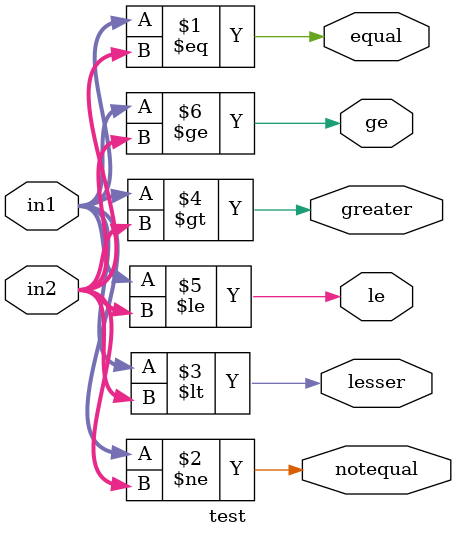
<source format=v>
module test(input [3:0] in1, in2, output equal, notequal, lesser, greater, le, ge);

assign equal = (in1 == in2);
assign notequal = (in1 != in2);
assign lesser = (in1 < in2);
assign greater = (in1 > in2);
assign le = in1 <= in2;
assign ge = in1 >= in2;

endmodule

</source>
